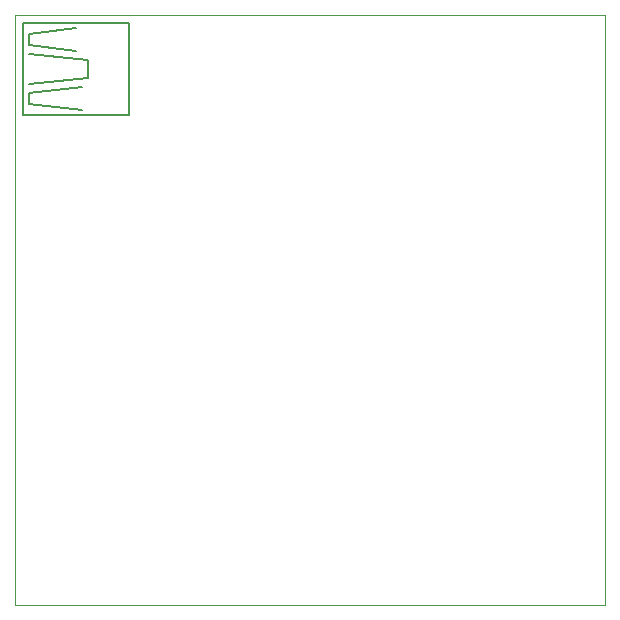
<source format=gbo>
G75*
%MOIN*%
%OFA0B0*%
%FSLAX25Y25*%
%IPPOS*%
%LPD*%
%AMOC8*
5,1,8,0,0,1.08239X$1,22.5*
%
%ADD10C,0.00000*%
%ADD11C,0.00500*%
D10*
X0001800Y0001800D02*
X0001800Y0198650D01*
X0198650Y0198650D01*
X0198650Y0001800D01*
X0001800Y0001800D01*
D11*
X0004536Y0165196D02*
X0039969Y0165196D01*
X0039969Y0195904D01*
X0004536Y0195904D01*
X0004536Y0165196D01*
X0006505Y0168739D02*
X0006505Y0172676D01*
X0024221Y0174644D01*
X0026190Y0177597D02*
X0006505Y0175629D01*
X0006505Y0168739D02*
X0024221Y0166770D01*
X0026190Y0177597D02*
X0026190Y0183503D01*
X0006505Y0185471D01*
X0006505Y0188424D02*
X0022253Y0186456D01*
X0022253Y0194330D02*
X0006505Y0192361D01*
X0006505Y0188424D01*
M02*

</source>
